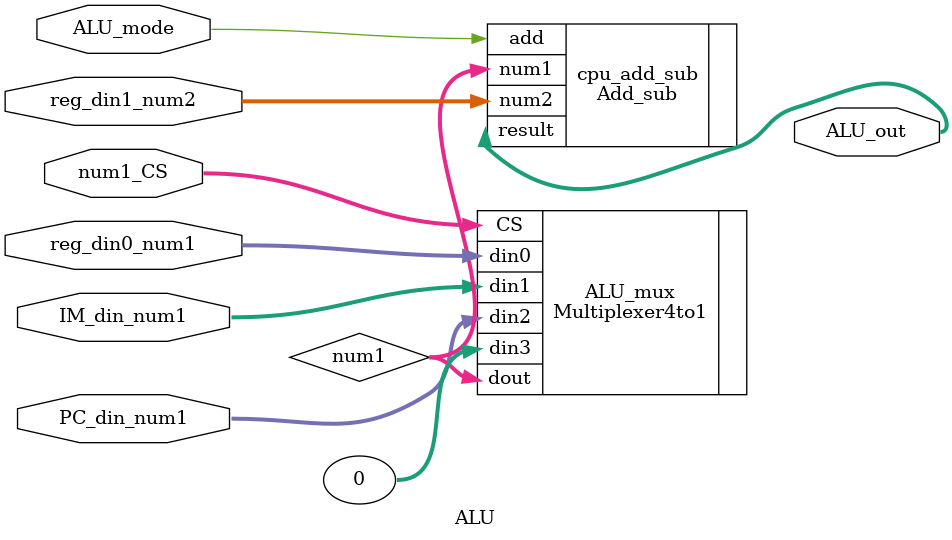
<source format=v>
`timescale 1ns / 1ps


module ALU(
    input ALU_mode,
    input [1:0] num1_CS,
    input [31:0] PC_din_num1,
    input [31:0] IM_din_num1,
    input [31:0] reg_din0_num1,
    input [31:0] reg_din1_num2,
    output [31:0] ALU_out
    );

    wire [31:0] num1;

    Multiplexer4to1 ALU_mux(
        .CS(num1_CS),
        .din0(reg_din0_num1),
        .din1(IM_din_num1),
        .din2(PC_din_num1),
        .din3(32'd0),
        .dout(num1)
    );

    Add_sub cpu_add_sub(
        .add(ALU_mode),
        .num1(num1),
        .num2(reg_din1_num2),
        .result(ALU_out)
    );
endmodule

</source>
